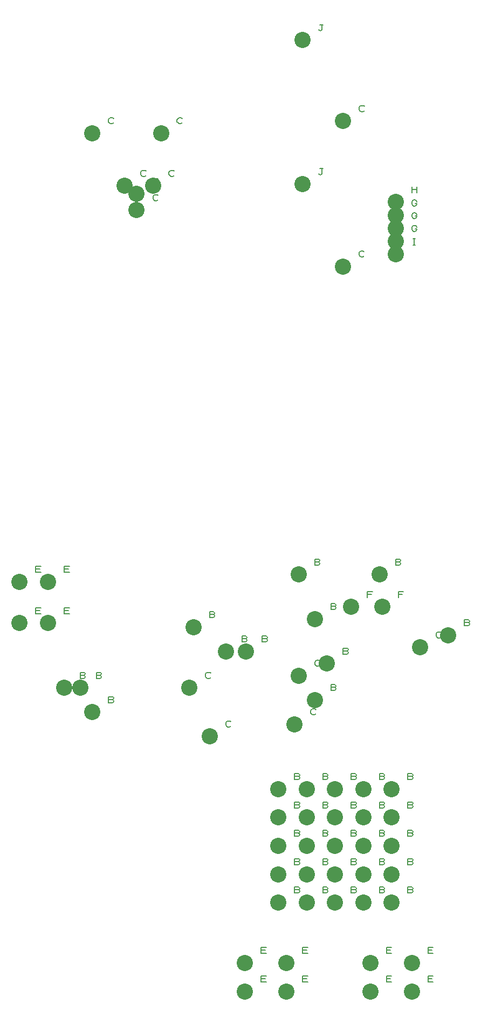
<source format=gbr>
%FSLAX23Y23*%
%MOIN*%
G04 EasyPC Gerber Version 17.0 Build 3379 *
%ADD70C,0.00500*%
%ADD19C,0.10000*%
X0Y0D02*
D02*
D19*
X278Y2553D03*
Y2809D03*
X455Y2553D03*
Y2809D03*
X553Y2153D03*
X653D03*
X728Y2003D03*
Y5578D03*
X928Y5253D03*
X1002Y5103D03*
Y5203D03*
X1103Y5253D03*
X1153Y5578D03*
X1328Y2153D03*
X1353Y2528D03*
X1453Y1853D03*
X1553Y2378D03*
X1672Y278D03*
Y455D03*
X1678Y2378D03*
X1878Y828D03*
Y1002D03*
Y1178D03*
Y1353D03*
Y1528D03*
X1928Y278D03*
Y455D03*
X1978Y1928D03*
X2003Y2228D03*
Y2853D03*
X2028Y5263D03*
Y6153D03*
X2053Y828D03*
Y1002D03*
Y1178D03*
Y1353D03*
Y1528D03*
X2103Y2078D03*
Y2578D03*
X2178Y2303D03*
X2228Y828D03*
Y1002D03*
Y1178D03*
Y1353D03*
Y1528D03*
X2277Y4755D03*
X2278Y5653D03*
X2328Y2653D03*
X2403Y828D03*
Y1002D03*
Y1178D03*
Y1353D03*
Y1528D03*
X2447Y278D03*
Y455D03*
X2503Y2853D03*
X2520Y2653D03*
X2578Y828D03*
Y1002D03*
Y1178D03*
Y1353D03*
Y1528D03*
X2603Y4830D03*
Y4912D03*
Y4991D03*
Y5070D03*
Y5153D03*
X2703Y278D03*
Y455D03*
X2753Y2403D03*
X2928Y2478D03*
D02*
D70*
X378Y2612D02*
Y2649D01*
X409*
X403Y2631D02*
X378D01*
Y2612D02*
X409D01*
X378Y2868D02*
Y2905D01*
X409*
X403Y2887D02*
X378D01*
Y2868D02*
X409D01*
X555Y2612D02*
Y2649D01*
X586*
X580Y2631D02*
X555D01*
Y2612D02*
X586D01*
X555Y2868D02*
Y2905D01*
X586*
X580Y2887D02*
X555D01*
Y2868D02*
X586D01*
X674Y2231D02*
X681Y2228D01*
X684Y2221*
X681Y2215*
X674Y2212*
X653*
Y2249*
X674*
X681Y2246*
X684Y2240*
X681Y2234*
X674Y2231*
X653*
X774D02*
X781Y2228D01*
X784Y2221*
X781Y2215*
X774Y2212*
X753*
Y2249*
X774*
X781Y2246*
X784Y2240*
X781Y2234*
X774Y2231*
X753*
X849Y2081D02*
X856Y2078D01*
X859Y2071*
X856Y2065*
X849Y2062*
X828*
Y2099*
X849*
X856Y2096*
X859Y2090*
X856Y2084*
X849Y2081*
X828*
X859Y5643D02*
X856Y5640D01*
X849Y5637*
X840*
X834Y5640*
X831Y5643*
X828Y5649*
Y5662*
X831Y5668*
X834Y5671*
X840Y5674*
X849*
X856Y5671*
X859Y5668*
X1059Y5318D02*
X1056Y5315D01*
X1049Y5312*
X1040*
X1034Y5315*
X1031Y5318*
X1028Y5324*
Y5337*
X1031Y5343*
X1034Y5346*
X1040Y5349*
X1049*
X1056Y5346*
X1059Y5343*
X1134Y5168D02*
X1131Y5165D01*
X1124Y5162*
X1115*
X1109Y5165*
X1106Y5168*
X1103Y5174*
Y5187*
X1106Y5193*
X1109Y5196*
X1115Y5199*
X1124*
X1131Y5196*
X1134Y5193*
Y5268D02*
X1131Y5265D01*
X1124Y5262*
X1115*
X1109Y5265*
X1106Y5268*
X1103Y5274*
Y5287*
X1106Y5293*
X1109Y5296*
X1115Y5299*
X1124*
X1131Y5296*
X1134Y5293*
X1234Y5318D02*
X1231Y5315D01*
X1224Y5312*
X1215*
X1209Y5315*
X1206Y5318*
X1202Y5324*
Y5337*
X1206Y5343*
X1209Y5346*
X1215Y5349*
X1224*
X1231Y5346*
X1234Y5343*
X1284Y5643D02*
X1281Y5640D01*
X1274Y5637*
X1265*
X1259Y5640*
X1256Y5643*
X1252Y5649*
Y5662*
X1256Y5668*
X1259Y5671*
X1265Y5674*
X1274*
X1281Y5671*
X1284Y5668*
X1459Y2218D02*
X1456Y2215D01*
X1449Y2212*
X1440*
X1434Y2215*
X1431Y2218*
X1428Y2224*
Y2237*
X1431Y2243*
X1434Y2246*
X1440Y2249*
X1449*
X1456Y2246*
X1459Y2243*
X1474Y2606D02*
X1481Y2603D01*
X1484Y2596*
X1481Y2590*
X1474Y2587*
X1453*
Y2624*
X1474*
X1481Y2621*
X1484Y2615*
X1481Y2609*
X1474Y2606*
X1453*
X1584Y1918D02*
X1581Y1915D01*
X1574Y1912*
X1565*
X1559Y1915*
X1556Y1918*
X1553Y1924*
Y1937*
X1556Y1943*
X1559Y1946*
X1565Y1949*
X1574*
X1581Y1946*
X1584Y1943*
X1674Y2456D02*
X1681Y2453D01*
X1684Y2446*
X1681Y2440*
X1674Y2437*
X1653*
Y2474*
X1674*
X1681Y2471*
X1684Y2465*
X1681Y2459*
X1674Y2456*
X1653*
X1772Y337D02*
Y374D01*
X1803*
X1797Y356D02*
X1772D01*
Y337D02*
X1803D01*
X1772Y514D02*
Y551D01*
X1803*
X1797Y533D02*
X1772D01*
Y514D02*
X1803D01*
X1799Y2456D02*
X1806Y2453D01*
X1809Y2446*
X1806Y2440*
X1799Y2437*
X1778*
Y2474*
X1799*
X1806Y2471*
X1809Y2465*
X1806Y2459*
X1799Y2456*
X1778*
X1999Y906D02*
X2006Y903D01*
X2009Y896*
X2006Y890*
X1999Y887*
X1978*
Y924*
X1999*
X2006Y921*
X2009Y915*
X2006Y909*
X1999Y906*
X1978*
X1999Y1081D02*
X2006Y1077D01*
X2009Y1071*
X2006Y1065*
X1999Y1062*
X1978*
Y1099*
X1999*
X2006Y1096*
X2009Y1090*
X2006Y1084*
X1999Y1081*
X1978*
X1999Y1256D02*
X2006Y1252D01*
X2009Y1246*
X2006Y1240*
X1999Y1237*
X1978*
Y1274*
X1999*
X2006Y1271*
X2009Y1265*
X2006Y1259*
X1999Y1256*
X1978*
X1999Y1431D02*
X2006Y1428D01*
X2009Y1421*
X2006Y1415*
X1999Y1412*
X1978*
Y1449*
X1999*
X2006Y1446*
X2009Y1440*
X2006Y1434*
X1999Y1431*
X1978*
X1999Y1606D02*
X2006Y1603D01*
X2009Y1596*
X2006Y1590*
X1999Y1587*
X1978*
Y1624*
X1999*
X2006Y1621*
X2009Y1615*
X2006Y1609*
X1999Y1606*
X1978*
X2028Y337D02*
Y374D01*
X2059*
X2053Y356D02*
X2028D01*
Y337D02*
X2059D01*
X2028Y514D02*
Y551D01*
X2059*
X2053Y533D02*
X2028D01*
Y514D02*
X2059D01*
X2109Y1993D02*
X2106Y1990D01*
X2099Y1987*
X2090*
X2084Y1990*
X2081Y1993*
X2078Y1999*
Y2012*
X2081Y2018*
X2084Y2021*
X2090Y2024*
X2099*
X2106Y2021*
X2109Y2018*
X2134Y2293D02*
X2131Y2290D01*
X2124Y2287*
X2115*
X2109Y2290*
X2106Y2293*
X2103Y2299*
Y2312*
X2106Y2318*
X2109Y2321*
X2115Y2324*
X2124*
X2131Y2321*
X2134Y2318*
X2124Y2931D02*
X2131Y2928D01*
X2134Y2921*
X2131Y2915*
X2124Y2912*
X2103*
Y2949*
X2124*
X2131Y2946*
X2134Y2940*
X2131Y2934*
X2124Y2931*
X2103*
X2128Y5328D02*
X2131Y5325D01*
X2137Y5322*
X2143Y5325*
X2146Y5328*
Y5360*
X2153*
X2146D02*
X2134D01*
X2128Y6218D02*
X2131Y6215D01*
X2137Y6212*
X2143Y6215*
X2146Y6218*
Y6249*
X2153*
X2146D02*
X2134D01*
X2174Y906D02*
X2181Y903D01*
X2184Y896*
X2181Y890*
X2174Y887*
X2153*
Y924*
X2174*
X2181Y921*
X2184Y915*
X2181Y909*
X2174Y906*
X2153*
X2174Y1081D02*
X2181Y1077D01*
X2184Y1071*
X2181Y1065*
X2174Y1062*
X2153*
Y1099*
X2174*
X2181Y1096*
X2184Y1090*
X2181Y1084*
X2174Y1081*
X2153*
X2174Y1256D02*
X2181Y1252D01*
X2184Y1246*
X2181Y1240*
X2174Y1237*
X2153*
Y1274*
X2174*
X2181Y1271*
X2184Y1265*
X2181Y1259*
X2174Y1256*
X2153*
X2174Y1431D02*
X2181Y1428D01*
X2184Y1421*
X2181Y1415*
X2174Y1412*
X2153*
Y1449*
X2174*
X2181Y1446*
X2184Y1440*
X2181Y1434*
X2174Y1431*
X2153*
X2174Y1606D02*
X2181Y1603D01*
X2184Y1596*
X2181Y1590*
X2174Y1587*
X2153*
Y1624*
X2174*
X2181Y1621*
X2184Y1615*
X2181Y1609*
X2174Y1606*
X2153*
X2224Y2156D02*
X2231Y2153D01*
X2234Y2146*
X2231Y2140*
X2224Y2137*
X2203*
Y2174*
X2224*
X2231Y2171*
X2234Y2165*
X2231Y2159*
X2224Y2156*
X2203*
X2224Y2656D02*
X2231Y2653D01*
X2234Y2646*
X2231Y2640*
X2224Y2637*
X2203*
Y2674*
X2224*
X2231Y2671*
X2234Y2665*
X2231Y2659*
X2224Y2656*
X2203*
X2299Y2381D02*
X2306Y2378D01*
X2309Y2371*
X2306Y2365*
X2299Y2362*
X2278*
Y2399*
X2299*
X2306Y2396*
X2309Y2390*
X2306Y2384*
X2299Y2381*
X2278*
X2349Y906D02*
X2356Y903D01*
X2359Y896*
X2356Y890*
X2349Y887*
X2328*
Y924*
X2349*
X2356Y921*
X2359Y915*
X2356Y909*
X2349Y906*
X2328*
X2349Y1081D02*
X2356Y1077D01*
X2359Y1071*
X2356Y1065*
X2349Y1062*
X2328*
Y1099*
X2349*
X2356Y1096*
X2359Y1090*
X2356Y1084*
X2349Y1081*
X2328*
X2349Y1256D02*
X2356Y1252D01*
X2359Y1246*
X2356Y1240*
X2349Y1237*
X2328*
Y1274*
X2349*
X2356Y1271*
X2359Y1265*
X2356Y1259*
X2349Y1256*
X2328*
X2349Y1431D02*
X2356Y1428D01*
X2359Y1421*
X2356Y1415*
X2349Y1412*
X2328*
Y1449*
X2349*
X2356Y1446*
X2359Y1440*
X2356Y1434*
X2349Y1431*
X2328*
X2349Y1606D02*
X2356Y1603D01*
X2359Y1596*
X2356Y1590*
X2349Y1587*
X2328*
Y1624*
X2349*
X2356Y1621*
X2359Y1615*
X2356Y1609*
X2349Y1606*
X2328*
X2408Y4821D02*
X2405Y4818D01*
X2399Y4815*
X2389*
X2383Y4818*
X2380Y4821*
X2377Y4827*
Y4840*
X2380Y4846*
X2383Y4849*
X2389Y4852*
X2399*
X2405Y4849*
X2408Y4846*
X2409Y5718D02*
X2406Y5715D01*
X2399Y5712*
X2390*
X2384Y5715*
X2381Y5718*
X2378Y5724*
Y5737*
X2381Y5743*
X2384Y5746*
X2390Y5749*
X2399*
X2406Y5746*
X2409Y5743*
X2428Y2712D02*
Y2749D01*
X2459*
X2453Y2731D02*
X2428D01*
X2524Y906D02*
X2531Y903D01*
X2534Y896*
X2531Y890*
X2524Y887*
X2503*
Y924*
X2524*
X2531Y921*
X2534Y915*
X2531Y909*
X2524Y906*
X2503*
X2524Y1081D02*
X2531Y1077D01*
X2534Y1071*
X2531Y1065*
X2524Y1062*
X2503*
Y1099*
X2524*
X2531Y1096*
X2534Y1090*
X2531Y1084*
X2524Y1081*
X2503*
X2524Y1256D02*
X2531Y1252D01*
X2534Y1246*
X2531Y1240*
X2524Y1237*
X2503*
Y1274*
X2524*
X2531Y1271*
X2534Y1265*
X2531Y1259*
X2524Y1256*
X2503*
X2524Y1431D02*
X2531Y1428D01*
X2534Y1421*
X2531Y1415*
X2524Y1412*
X2503*
Y1449*
X2524*
X2531Y1446*
X2534Y1440*
X2531Y1434*
X2524Y1431*
X2503*
X2524Y1606D02*
X2531Y1603D01*
X2534Y1596*
X2531Y1590*
X2524Y1587*
X2503*
Y1624*
X2524*
X2531Y1621*
X2534Y1615*
X2531Y1609*
X2524Y1606*
X2503*
X2547Y337D02*
Y374D01*
X2578*
X2572Y356D02*
X2547D01*
Y337D02*
X2578D01*
X2547Y514D02*
Y551D01*
X2578*
X2572Y533D02*
X2547D01*
Y514D02*
X2578D01*
X2624Y2931D02*
X2631Y2928D01*
X2634Y2921*
X2631Y2915*
X2624Y2912*
X2603*
Y2949*
X2624*
X2631Y2946*
X2634Y2940*
X2631Y2934*
X2624Y2931*
X2603*
X2620Y2712D02*
Y2749D01*
X2651*
X2645Y2731D02*
X2620D01*
X2699Y906D02*
X2706Y903D01*
X2709Y896*
X2706Y890*
X2699Y887*
X2678*
Y924*
X2699*
X2706Y921*
X2709Y915*
X2706Y909*
X2699Y906*
X2678*
X2699Y1081D02*
X2706Y1077D01*
X2709Y1071*
X2706Y1065*
X2699Y1062*
X2678*
Y1099*
X2699*
X2706Y1096*
X2709Y1090*
X2706Y1084*
X2699Y1081*
X2678*
X2699Y1256D02*
X2706Y1252D01*
X2709Y1246*
X2706Y1240*
X2699Y1237*
X2678*
Y1274*
X2699*
X2706Y1271*
X2709Y1265*
X2706Y1259*
X2699Y1256*
X2678*
X2699Y1431D02*
X2706Y1428D01*
X2709Y1421*
X2706Y1415*
X2699Y1412*
X2678*
Y1449*
X2699*
X2706Y1446*
X2709Y1440*
X2706Y1434*
X2699Y1431*
X2678*
X2699Y1606D02*
X2706Y1603D01*
X2709Y1596*
X2706Y1590*
X2699Y1587*
X2678*
Y1624*
X2699*
X2706Y1621*
X2709Y1615*
X2706Y1609*
X2699Y1606*
X2678*
X2712Y4889D02*
X2724D01*
X2718D02*
Y4927D01*
X2712D02*
X2724D01*
Y4987D02*
X2734D01*
Y4984*
X2731Y4978*
X2728Y4975*
X2721Y4972*
X2715*
X2709Y4975*
X2706Y4978*
X2703Y4984*
Y4997*
X2706Y5003*
X2709Y5006*
X2715Y5009*
X2721*
X2728Y5006*
X2731Y5003*
X2734Y4997*
X2724Y5066D02*
X2734D01*
Y5063*
X2731Y5057*
X2728Y5054*
X2721Y5050*
X2715*
X2709Y5054*
X2706Y5057*
X2703Y5063*
Y5075*
X2706Y5082*
X2709Y5085*
X2715Y5088*
X2721*
X2728Y5085*
X2731Y5082*
X2734Y5075*
X2724Y5145D02*
X2734D01*
Y5142*
X2731Y5135*
X2728Y5132*
X2721Y5129*
X2715*
X2709Y5132*
X2706Y5135*
X2703Y5142*
Y5154*
X2706Y5160*
X2709Y5164*
X2715Y5167*
X2721*
X2728Y5164*
X2731Y5160*
X2734Y5154*
X2703Y5212D02*
Y5249D01*
Y5231D02*
X2734D01*
Y5212D02*
Y5249D01*
X2803Y337D02*
Y374D01*
X2834*
X2828Y356D02*
X2803D01*
Y337D02*
X2834D01*
X2803Y514D02*
Y551D01*
X2834*
X2828Y533D02*
X2803D01*
Y514D02*
X2834D01*
X2884Y2468D02*
X2881Y2465D01*
X2874Y2462*
X2865*
X2859Y2465*
X2856Y2468*
X2853Y2474*
Y2487*
X2856Y2493*
X2859Y2496*
X2865Y2499*
X2874*
X2881Y2496*
X2884Y2493*
X3049Y2556D02*
X3056Y2553D01*
X3059Y2546*
X3056Y2540*
X3049Y2537*
X3028*
Y2574*
X3049*
X3056Y2571*
X3059Y2565*
X3056Y2559*
X3049Y2556*
X3028*
X0Y0D02*
M02*

</source>
